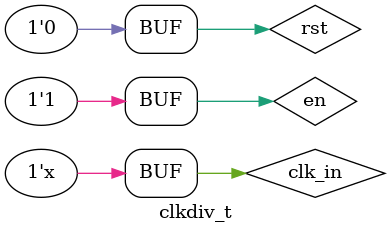
<source format=v>
module clkdiv_t ();
reg clk_in,en,rst;
wire clk_out;
clkdiv c1(clk_out, rst, en, clk_in);
initial
begin
en = 1'b0;
clk_in = 1'b0;
rst = 1'b1;
#100
en = 1'b1;
rst = 1'b0;
end
always #10 clk_in = ~clk_in;
endmodule
</source>
